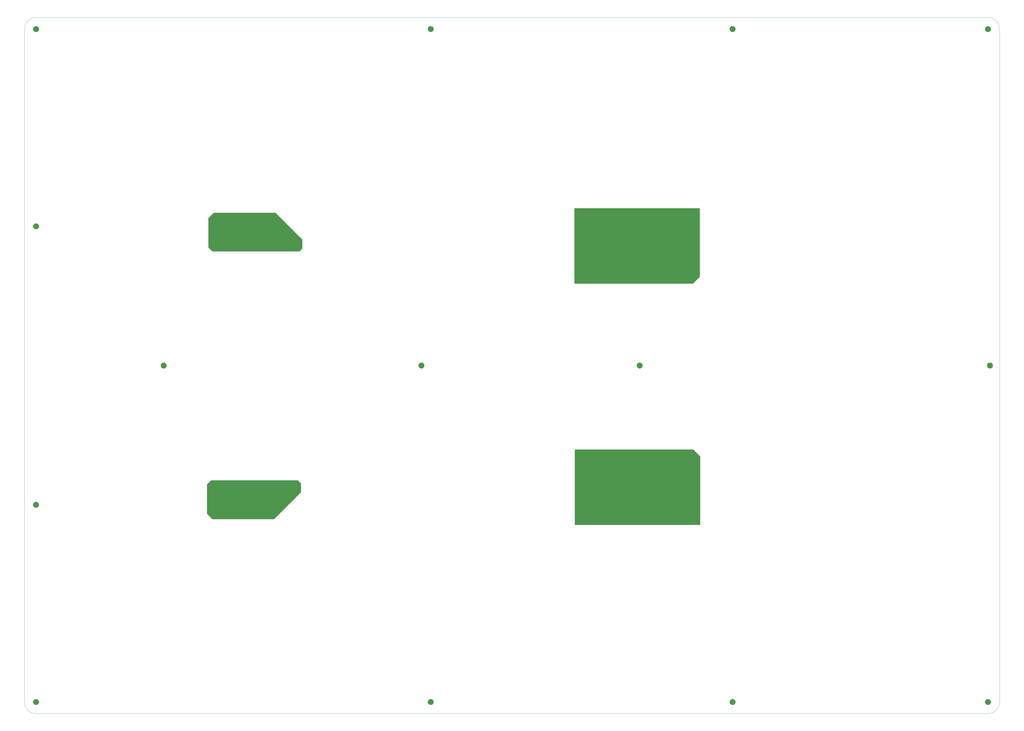
<source format=gbr>
%TF.GenerationSoftware,Altium Limited,Altium Designer,25.3.3 (18)*%
G04 Layer_Color=0*
%FSLAX45Y45*%
%MOMM*%
%TF.SameCoordinates,A4CA6E92-6A9D-4088-ADF9-EEBE24E4F9EE*%
%TF.FilePolarity,Positive*%
%TF.FileFunction,Profile,NP*%
%TF.Part,Single*%
G01*
G75*
%TA.AperFunction,Profile*%
%ADD131C,0.02540*%
G36*
X41460001Y15000000D02*
Y14987491D01*
X41464880Y14962955D01*
X41474454Y14939844D01*
X41488351Y14919041D01*
X41506042Y14901352D01*
X41526843Y14887454D01*
X41549954Y14877879D01*
X41574490Y14873000D01*
X41587000D01*
X41599509D01*
X41624045Y14877879D01*
X41647156Y14887454D01*
X41667957Y14901352D01*
X41685648Y14919041D01*
X41699545Y14939844D01*
X41709119Y14962955D01*
X41714001Y14987491D01*
Y15000000D01*
Y15012508D01*
X41709119Y15037044D01*
X41699545Y15060156D01*
X41685648Y15080959D01*
X41667957Y15098647D01*
X41647156Y15112546D01*
X41624045Y15122119D01*
X41599509Y15127000D01*
X41587000D01*
X41574490D01*
X41549954Y15122119D01*
X41526843Y15112546D01*
X41506042Y15098647D01*
X41488351Y15080959D01*
X41474454Y15060156D01*
X41464880Y15037044D01*
X41460001Y15012508D01*
Y15000000D01*
D01*
D02*
G37*
G36*
X30373001Y500000D02*
Y487492D01*
X30377881Y462955D01*
X30387454Y439843D01*
X30401352Y419042D01*
X30419043Y401353D01*
X30439844Y387454D01*
X30462955Y377880D01*
X30487491Y373000D01*
X30500000D01*
X30512509D01*
X30537045Y377880D01*
X30560156Y387454D01*
X30580957Y401353D01*
X30598648Y419042D01*
X30612546Y439843D01*
X30622119Y462955D01*
X30626999Y487492D01*
Y500000D01*
Y512508D01*
X30622119Y537044D01*
X30612546Y560157D01*
X30598648Y580958D01*
X30580957Y598647D01*
X30560156Y612546D01*
X30537045Y622119D01*
X30512509Y627000D01*
X30500000D01*
X30487491D01*
X30462955Y622119D01*
X30439844Y612546D01*
X30419043Y598647D01*
X30401352Y580958D01*
X30387454Y560157D01*
X30377881Y537044D01*
X30373001Y512508D01*
Y500000D01*
D01*
D02*
G37*
G36*
X30500000Y29373001D02*
X30487491D01*
X30462955Y29377881D01*
X30439844Y29387454D01*
X30419043Y29401352D01*
X30401352Y29419043D01*
X30387454Y29439844D01*
X30377881Y29462955D01*
X30373001Y29487491D01*
Y29500000D01*
Y29512509D01*
X30377881Y29537045D01*
X30387454Y29560156D01*
X30401352Y29580957D01*
X30419043Y29598648D01*
X30439844Y29612546D01*
X30462955Y29622119D01*
X30487491Y29626999D01*
X30500000D01*
X30512509D01*
X30537045Y29622119D01*
X30560156Y29612546D01*
X30580957Y29598648D01*
X30598648Y29580957D01*
X30612546Y29560156D01*
X30622119Y29537045D01*
X30626999Y29512509D01*
Y29500000D01*
Y29487491D01*
X30622119Y29462955D01*
X30612546Y29439844D01*
X30598648Y29419043D01*
X30580957Y29401352D01*
X30560156Y29387454D01*
X30537045Y29377881D01*
X30512509Y29373001D01*
X30500000D01*
D01*
D02*
G37*
G36*
X26373001Y15000000D02*
Y14987491D01*
X26377881Y14962955D01*
X26387454Y14939844D01*
X26401352Y14919041D01*
X26419043Y14901352D01*
X26439844Y14887454D01*
X26462955Y14877879D01*
X26487491Y14873000D01*
X26500000D01*
X26512509D01*
X26537045Y14877879D01*
X26560156Y14887454D01*
X26580957Y14901352D01*
X26598648Y14919041D01*
X26612546Y14939844D01*
X26622119Y14962955D01*
X26626999Y14987491D01*
Y15000000D01*
Y15012508D01*
X26622119Y15037044D01*
X26612546Y15060156D01*
X26598648Y15080959D01*
X26580957Y15098647D01*
X26560156Y15112546D01*
X26537045Y15122119D01*
X26512509Y15127000D01*
X26500000D01*
X26487491D01*
X26462955Y15122119D01*
X26439844Y15112546D01*
X26419043Y15098647D01*
X26401352Y15080959D01*
X26387454Y15060156D01*
X26377881Y15037044D01*
X26373001Y15012508D01*
Y15000000D01*
D01*
D02*
G37*
G36*
X6000000Y14873000D02*
X5987491D01*
X5962955Y14877879D01*
X5939843Y14887454D01*
X5919042Y14901352D01*
X5901352Y14919041D01*
X5887454Y14939844D01*
X5877880Y14962955D01*
X5873000Y14987491D01*
Y15000000D01*
Y15012508D01*
X5877880Y15037044D01*
X5887454Y15060156D01*
X5901352Y15080959D01*
X5919042Y15098647D01*
X5939843Y15112546D01*
X5962955Y15122119D01*
X5987491Y15127000D01*
X6000000D01*
X6012508D01*
X6037044Y15122119D01*
X6060157Y15112546D01*
X6080958Y15098647D01*
X6098647Y15080959D01*
X6112546Y15060156D01*
X6122119Y15037044D01*
X6127000Y15012508D01*
Y15000000D01*
Y14987491D01*
X6122119Y14962955D01*
X6112546Y14939844D01*
X6098647Y14919041D01*
X6080958Y14901352D01*
X6060157Y14887454D01*
X6037044Y14877879D01*
X6012508Y14873000D01*
X6000000D01*
D01*
D02*
G37*
G36*
X500000Y20873000D02*
X487492D01*
X462955Y20877879D01*
X439843Y20887454D01*
X419042Y20901352D01*
X401353Y20919041D01*
X387454Y20939844D01*
X377880Y20962955D01*
X373000Y20987491D01*
Y21000000D01*
Y21012508D01*
X377880Y21037044D01*
X387454Y21060156D01*
X401353Y21080959D01*
X419042Y21098647D01*
X439843Y21112546D01*
X462955Y21122119D01*
X487492Y21127000D01*
X500000D01*
X512508D01*
X537044Y21122119D01*
X560157Y21112546D01*
X580958Y21098647D01*
X598647Y21080959D01*
X612546Y21060156D01*
X622119Y21037044D01*
X627000Y21012508D01*
Y21000000D01*
Y20987491D01*
X622119Y20962955D01*
X612546Y20939844D01*
X598647Y20919041D01*
X580958Y20901352D01*
X560157Y20887454D01*
X537044Y20877879D01*
X512508Y20873000D01*
X500000D01*
D01*
D02*
G37*
G36*
Y8873000D02*
X487492D01*
X462955Y8877880D01*
X439843Y8887454D01*
X419042Y8901353D01*
X401353Y8919042D01*
X387454Y8939843D01*
X377880Y8962955D01*
X373000Y8987492D01*
Y9000000D01*
Y9012508D01*
X377880Y9037044D01*
X387454Y9060157D01*
X401353Y9080958D01*
X419042Y9098647D01*
X439843Y9112546D01*
X462955Y9122119D01*
X487492Y9127000D01*
X500000D01*
X512508D01*
X537044Y9122119D01*
X560157Y9112546D01*
X580958Y9098647D01*
X598647Y9080958D01*
X612546Y9060157D01*
X622119Y9037044D01*
X627000Y9012508D01*
Y9000000D01*
Y8987492D01*
X622119Y8962955D01*
X612546Y8939843D01*
X598647Y8919042D01*
X580958Y8901353D01*
X560157Y8887454D01*
X537044Y8877880D01*
X512508Y8873000D01*
X500000D01*
D01*
D02*
G37*
G36*
X17100000Y14873000D02*
X17087492D01*
X17062955Y14877879D01*
X17039844Y14887454D01*
X17019041Y14901352D01*
X17001353Y14919041D01*
X16987454Y14939844D01*
X16977879Y14962955D01*
X16973000Y14987491D01*
Y15000000D01*
Y15012508D01*
X16977879Y15037044D01*
X16987454Y15060156D01*
X17001353Y15080959D01*
X17019041Y15098647D01*
X17039844Y15112546D01*
X17062955Y15122119D01*
X17087492Y15127000D01*
X17100000D01*
X17112508D01*
X17137044Y15122119D01*
X17160156Y15112546D01*
X17180959Y15098647D01*
X17198647Y15080959D01*
X17212546Y15060156D01*
X17222119Y15037044D01*
X17227000Y15012508D01*
Y15000000D01*
Y14987491D01*
X17222119Y14962955D01*
X17212546Y14939844D01*
X17198647Y14919041D01*
X17180959Y14901352D01*
X17160156Y14887454D01*
X17137044Y14877879D01*
X17112508Y14873000D01*
X17100000D01*
D01*
D02*
G37*
G36*
X17373000Y500000D02*
Y487492D01*
X17377879Y462955D01*
X17387454Y439843D01*
X17401353Y419042D01*
X17419041Y401353D01*
X17439844Y387454D01*
X17462955Y377880D01*
X17487492Y373000D01*
X17500000D01*
X17512508D01*
X17537044Y377880D01*
X17560156Y387454D01*
X17580959Y401353D01*
X17598647Y419042D01*
X17612546Y439843D01*
X17622119Y462955D01*
X17627000Y487492D01*
Y500000D01*
Y512508D01*
X17622119Y537044D01*
X17612546Y560157D01*
X17598647Y580958D01*
X17580959Y598647D01*
X17560156Y612546D01*
X17537044Y622119D01*
X17512508Y627000D01*
X17500000D01*
X17487492D01*
X17462955Y622119D01*
X17439844Y612546D01*
X17419041Y598647D01*
X17401353Y580958D01*
X17387454Y560157D01*
X17377879Y537044D01*
X17373000Y512508D01*
Y500000D01*
D01*
D02*
G37*
G36*
X17500000Y29373001D02*
X17487492D01*
X17462955Y29377881D01*
X17439844Y29387454D01*
X17419041Y29401352D01*
X17401353Y29419043D01*
X17387454Y29439844D01*
X17377879Y29462955D01*
X17373000Y29487491D01*
Y29500000D01*
Y29512509D01*
X17377879Y29537045D01*
X17387454Y29560156D01*
X17401353Y29580957D01*
X17419041Y29598648D01*
X17439844Y29612546D01*
X17462955Y29622119D01*
X17487492Y29626999D01*
X17500000D01*
X17512508D01*
X17537044Y29622119D01*
X17560156Y29612546D01*
X17580959Y29598648D01*
X17598647Y29580957D01*
X17612546Y29560156D01*
X17622119Y29537045D01*
X17627000Y29512509D01*
Y29500000D01*
Y29487491D01*
X17622119Y29462955D01*
X17612546Y29439844D01*
X17598647Y29419043D01*
X17580959Y29401352D01*
X17560156Y29387454D01*
X17537044Y29377881D01*
X17512508Y29373001D01*
X17500000D01*
D01*
D02*
G37*
G36*
X500000Y373000D02*
X487492D01*
X462955Y377880D01*
X439843Y387454D01*
X419042Y401353D01*
X401353Y419042D01*
X387454Y439843D01*
X377880Y462955D01*
X373000Y487492D01*
Y500000D01*
Y512508D01*
X377880Y537044D01*
X387454Y560157D01*
X401353Y580958D01*
X419042Y598647D01*
X439843Y612546D01*
X462955Y622119D01*
X487492Y627000D01*
X500000D01*
X512508D01*
X537044Y622119D01*
X560157Y612546D01*
X580958Y598647D01*
X598647Y580958D01*
X612546Y560157D01*
X622119Y537044D01*
X627000Y512508D01*
Y500000D01*
Y487492D01*
X622119Y462955D01*
X612546Y439843D01*
X598647Y419042D01*
X580958Y401353D01*
X560157Y387454D01*
X537044Y377880D01*
X512508Y373000D01*
X500000D01*
D01*
D02*
G37*
G36*
Y29373001D02*
X487492D01*
X462955Y29377881D01*
X439843Y29387454D01*
X419042Y29401352D01*
X401353Y29419043D01*
X387454Y29439844D01*
X377880Y29462955D01*
X373000Y29487491D01*
Y29500000D01*
Y29512509D01*
X377880Y29537045D01*
X387454Y29560156D01*
X401353Y29580957D01*
X419042Y29598648D01*
X439843Y29612546D01*
X462955Y29622119D01*
X487492Y29626999D01*
X500000D01*
X512508D01*
X537044Y29622119D01*
X560157Y29612546D01*
X580958Y29598648D01*
X598647Y29580957D01*
X612546Y29560156D01*
X622119Y29537045D01*
X627000Y29512509D01*
Y29500000D01*
Y29487491D01*
X622119Y29462955D01*
X612546Y29439844D01*
X598647Y29419043D01*
X580958Y29401352D01*
X560157Y29387454D01*
X537044Y29377881D01*
X512508Y29373001D01*
X500000D01*
D01*
D02*
G37*
G36*
X41373001Y500000D02*
Y487492D01*
X41377881Y462955D01*
X41387454Y439843D01*
X41401352Y419042D01*
X41419043Y401353D01*
X41439844Y387454D01*
X41462955Y377880D01*
X41487491Y373000D01*
X41500000D01*
X41512509D01*
X41537045Y377880D01*
X41560156Y387454D01*
X41580957Y401353D01*
X41598648Y419042D01*
X41612546Y439843D01*
X41622119Y462955D01*
X41626999Y487492D01*
Y500000D01*
Y512508D01*
X41622119Y537044D01*
X41612546Y560157D01*
X41598648Y580958D01*
X41580957Y598647D01*
X41560156Y612546D01*
X41537045Y622119D01*
X41512509Y627000D01*
X41500000D01*
X41487491D01*
X41462955Y622119D01*
X41439844Y612546D01*
X41419043Y598647D01*
X41401352Y580958D01*
X41387454Y560157D01*
X41377881Y537044D01*
X41373001Y512508D01*
Y500000D01*
D01*
D02*
G37*
G36*
Y29500000D02*
Y29487491D01*
X41377881Y29462955D01*
X41387454Y29439844D01*
X41401352Y29419043D01*
X41419043Y29401352D01*
X41439844Y29387454D01*
X41462955Y29377881D01*
X41487491Y29373001D01*
X41500000D01*
X41512509D01*
X41537045Y29377881D01*
X41560156Y29387454D01*
X41580957Y29401352D01*
X41598648Y29419043D01*
X41612546Y29439844D01*
X41622119Y29462955D01*
X41626999Y29487491D01*
Y29500000D01*
Y29512509D01*
X41622119Y29537045D01*
X41612546Y29560156D01*
X41598648Y29580957D01*
X41580957Y29598648D01*
X41560156Y29612546D01*
X41537045Y29622119D01*
X41512509Y29626999D01*
X41500000D01*
X41487491D01*
X41462955Y29622119D01*
X41439844Y29612546D01*
X41419043Y29598648D01*
X41401352Y29580957D01*
X41387454Y29560156D01*
X41377881Y29537045D01*
X41373001Y29512509D01*
Y29500000D01*
D01*
D02*
G37*
G36*
X7863596Y8613802D02*
Y9878802D01*
X8038596Y10053802D01*
X11778596D01*
X11911096Y9921302D01*
Y9533802D01*
X10756096Y8378802D01*
X8098596Y8378802D01*
X7863596Y8613802D01*
D02*
G37*
G36*
X8100000Y19912500D02*
X7925000Y20087500D01*
Y21352499D01*
X8160000Y21587500D01*
X10817500Y21587500D01*
X11972500Y20432500D01*
Y20045000D01*
X11840000Y19912500D01*
X8100000D01*
D02*
G37*
G36*
X23702499Y8129656D02*
X23702499Y11379655D01*
X28810001D01*
X29107501Y11082155D01*
Y8129656D01*
X23702499D01*
D02*
G37*
G36*
X23687500Y18527499D02*
X28795001D01*
X29092499Y18825000D01*
Y21777499D01*
X23687500D01*
X23687500Y18527499D01*
D02*
G37*
D131*
X500000Y0D02*
G02*
X0Y500000I0J500000D01*
G01*
X-3Y29500000D01*
D02*
G02*
X500000Y30000000I500002J-2D01*
G01*
X507700D01*
X41500000Y30000314D01*
Y30000000D01*
D02*
G02*
X42000000Y29500000I0J-500000D01*
G01*
X42000018Y500000D01*
D02*
G02*
X41500000Y0I-500009J9D01*
G01*
X500000D01*
%TF.MD5,f4b26cf872ff602b23a8827787677d08*%
M02*

</source>
